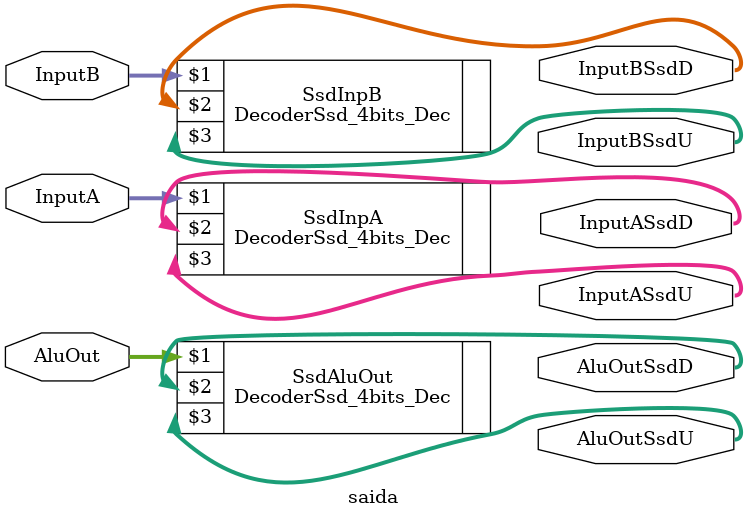
<source format=v>
module saida(
    input wire[3:0] InputA,InputB,AluOut,

    output wire[6:0] InputASsdU,InputASsdD,
    output wire[6:0] InputBSsdU,InputBSsdD,
    output wire[6:0] AluOutSsdU,AluOutSsdD

);

DecoderSsd_4bits_Dec SsdInpA(InputA,InputASsdD,InputASsdU);
DecoderSsd_4bits_Dec SsdInpB(InputB,InputBSsdD,InputBSsdU);
DecoderSsd_4bits_Dec SsdAluOut(AluOut,AluOutSsdD,AluOutSsdU);

endmodule
</source>
